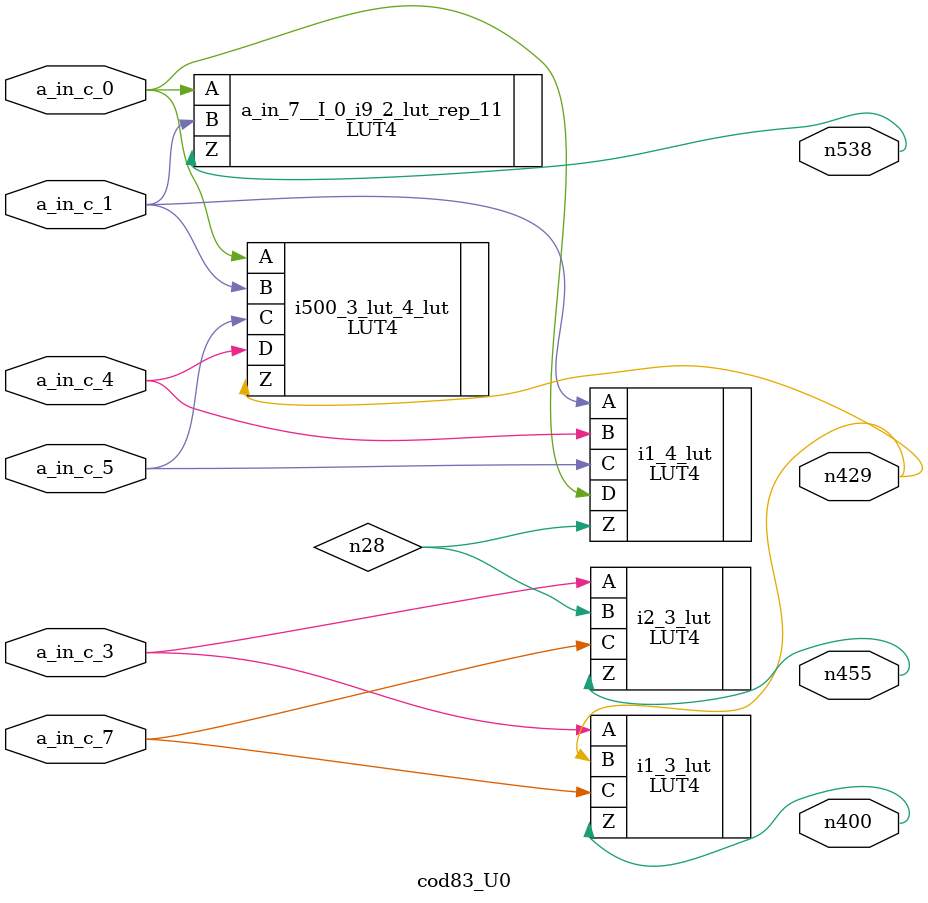
<source format=v>

module cod164 (a_in, a_out) /* synthesis syn_module_defined=1 */ ;   // d:/rtl_fpga/verilog/cod_164_com_83/cod_164_com_83_topmodle.v(1[8:14])
    input [15:0]a_in;   // d:/rtl_fpga/verilog/cod_164_com_83/cod_164_com_83_topmodle.v(2[19:23])
    output [3:0]a_out;   // d:/rtl_fpga/verilog/cod_164_com_83/cod_164_com_83_topmodle.v(3[19:24])
    
    
    wire VCC_net, GND_net, a_in_c_15, a_in_c_14, a_in_c_13, a_in_c_12, 
        a_in_c_11, a_in_c_10, a_in_c_9, a_in_c_8, a_in_c_7, a_in_c_6, 
        a_in_c_5, a_in_c_4, a_in_c_3, a_in_c_2, a_in_c_1, a_in_c_0, 
        a_out_c_3, a_out_c_2, a_out_c_1, a_out_c_0;
    wire [2:0]int_1;   // d:/rtl_fpga/verilog/cod_164_com_83/cod_164_com_83_topmodle.v(5[12:17])
    wire [2:0]int_2;   // d:/rtl_fpga/verilog/cod_164_com_83/cod_164_com_83_topmodle.v(5[18:23])
    
    wire n400, n572, n571, n570, n472, n455, n102, n567, n527, 
        n429, n421, n485, n12, n4, n538, n514, n460;
    
    VLO i518 (.Z(GND_net));
    PFUMX int_1_2__I_0_i1 (.BLUT(int_1[0]), .ALUT(int_2[0]), .C0(a_out_c_3), 
          .Z(a_out_c_0));
    LUT4 i2_4_lut_4_lut_4_lut (.A(a_in_c_6), .B(n455), .C(n400), .D(a_in_c_2), 
         .Z(int_1[0])) /* synthesis lut_function=(!(A+(B (D)+!B ((D)+!C)))) */ ;   // d:/rtl_fpga/verilog/cod_164_com_83/cod_164_com_83_topmodle.v(2[19:23])
    defparam i2_4_lut_4_lut_4_lut.init = 16'h0054;
    LUT4 n429_bdd_4_lut (.A(a_in_c_3), .B(a_in_c_7), .C(a_in_c_2), .D(a_in_c_6), 
         .Z(n571)) /* synthesis lut_function=(!(A (B+(C+(D)))+!A (B (C+(D))+!B (C (D)+!C !(D))))) */ ;
    defparam n429_bdd_4_lut.init = 16'h0116;
    OB a_out_pad_3 (.I(a_out_c_3), .O(a_out[3]));   // d:/rtl_fpga/verilog/cod_164_com_83/cod_164_com_83_topmodle.v(3[19:24])
    LUT4 gnd_bdd_2_lut_515_3_lut_4_lut (.A(n567), .B(a_in_c_9), .C(n12), 
         .D(a_in_c_8), .Z(n570)) /* synthesis lut_function=(!((B+((D)+!C))+!A)) */ ;
    defparam gnd_bdd_2_lut_515_3_lut_4_lut.init = 16'h0020;
    PFUMX i516 (.BLUT(n572), .ALUT(n570), .C0(a_out_c_3), .Z(a_out_c_1));
    LUT4 a_in_c_10_bdd_4_lut (.A(a_in_c_10), .B(a_in_c_14), .C(a_in_c_11), 
         .D(a_in_c_15), .Z(n567)) /* synthesis lut_function=(!(A (B+(C+(D)))+!A (B (C+(D))+!B (C (D)+!C !(D))))) */ ;
    defparam a_in_c_10_bdd_4_lut.init = 16'h0116;
    LUT4 i485_2_lut (.A(a_in_c_15), .B(a_in_c_13), .Z(n485)) /* synthesis lut_function=(A+(B)) */ ;
    defparam i485_2_lut.init = 16'heeee;
    LUT4 i1_4_lut_4_lut (.A(a_in_c_14), .B(n460), .C(a_in_c_13), .D(a_in_c_15), 
         .Z(n4)) /* synthesis lut_function=(!(A+(B (C (D))+!B (C (D)+!C !(D))))) */ ;   // d:/rtl_fpga/verilog/cod_164_com_83/cod_164_com_83_topmodle.v(2[19:23])
    defparam i1_4_lut_4_lut.init = 16'h0554;
    LUT4 i3_4_lut_4_lut (.A(a_in_c_10), .B(a_in_c_11), .C(n102), .D(n421), 
         .Z(a_out_c_2)) /* synthesis lut_function=(!(A+(B+((D)+!C)))) */ ;   // d:/rtl_fpga/verilog/cod_164_com_83/cod_164_com_83_topmodle.v(2[19:23])
    defparam i3_4_lut_4_lut.init = 16'h0010;
    LUT4 i1_4_lut (.A(a_in_c_12), .B(n485), .C(a_in_c_14), .D(n4), .Z(n102)) /* synthesis lut_function=(!(A (B+(C))+!A !(B (D)+!B (C+(D))))) */ ;   // d:/rtl_fpga/verilog/cod_164_com_83/cod_164_com_83_topmodle.v(15[16:64])
    defparam i1_4_lut.init = 16'h5712;
    PUR PUR_INST (.PUR(VCC_net));
    defparam PUR_INST.RST_PULSE = 1;
    LUT4 gnd_bdd_2_lut (.A(n571), .B(n429), .Z(n572)) /* synthesis lut_function=(A (B)) */ ;
    defparam gnd_bdd_2_lut.init = 16'h8888;
    LUT4 i2_4_lut_4_lut_4_lut_adj_1 (.A(a_in_c_10), .B(n514), .C(n472), 
         .D(a_in_c_14), .Z(int_2[0])) /* synthesis lut_function=(!(A+(B (D)+!B ((D)+!C)))) */ ;   // d:/rtl_fpga/verilog/cod_164_com_83/cod_164_com_83_topmodle.v(2[19:23])
    defparam i2_4_lut_4_lut_4_lut_adj_1.init = 16'h0054;
    IB a_in_pad_0 (.I(a_in[0]), .O(a_in_c_0));   // d:/rtl_fpga/verilog/cod_164_com_83/cod_164_com_83_topmodle.v(2[19:23])
    VHI i144 (.Z(VCC_net));
    cod83 cod2 (.a_in_c_8(a_in_c_8), .n12(n12), .a_in_c_15(a_in_c_15), 
          .n472(n472), .a_in_c_10(a_in_c_10), .n485(n485), .a_out_c_3(a_out_c_3), 
          .a_in_c_9(a_in_c_9), .a_in_c_11(a_in_c_11), .a_in_c_14(a_in_c_14), 
          .a_in_c_12(a_in_c_12), .a_in_c_13(a_in_c_13), .n514(n514)) /* synthesis syn_module_defined=1 */ ;   // d:/rtl_fpga/verilog/cod_164_com_83/cod_164_com_83_topmodle.v(8[7:49])
    IB a_in_pad_1 (.I(a_in[1]), .O(a_in_c_1));   // d:/rtl_fpga/verilog/cod_164_com_83/cod_164_com_83_topmodle.v(2[19:23])
    IB a_in_pad_2 (.I(a_in[2]), .O(a_in_c_2));   // d:/rtl_fpga/verilog/cod_164_com_83/cod_164_com_83_topmodle.v(2[19:23])
    IB a_in_pad_3 (.I(a_in[3]), .O(a_in_c_3));   // d:/rtl_fpga/verilog/cod_164_com_83/cod_164_com_83_topmodle.v(2[19:23])
    LUT4 i3_4_lut_4_lut_adj_2 (.A(a_in_c_3), .B(n538), .C(n527), .D(a_in_c_2), 
         .Z(n460)) /* synthesis lut_function=(!(A+(B+((D)+!C)))) */ ;   // d:/rtl_fpga/verilog/cod_164_com_83/cod_164_com_83_topmodle.v(2[19:23])
    defparam i3_4_lut_4_lut_adj_2.init = 16'h0010;
    IB a_in_pad_4 (.I(a_in[4]), .O(a_in_c_4));   // d:/rtl_fpga/verilog/cod_164_com_83/cod_164_com_83_topmodle.v(2[19:23])
    IB a_in_pad_5 (.I(a_in[5]), .O(a_in_c_5));   // d:/rtl_fpga/verilog/cod_164_com_83/cod_164_com_83_topmodle.v(2[19:23])
    IB a_in_pad_6 (.I(a_in[6]), .O(a_in_c_6));   // d:/rtl_fpga/verilog/cod_164_com_83/cod_164_com_83_topmodle.v(2[19:23])
    IB a_in_pad_7 (.I(a_in[7]), .O(a_in_c_7));   // d:/rtl_fpga/verilog/cod_164_com_83/cod_164_com_83_topmodle.v(2[19:23])
    LUT4 a_in_c_7_bdd_4_lut_510 (.A(a_in_c_7), .B(a_in_c_5), .C(a_in_c_6), 
         .D(a_in_c_4), .Z(n527)) /* synthesis lut_function=(!(A (B+(C+(D)))+!A (B (C+(D))+!B (C (D)+!C !(D))))) */ ;
    defparam a_in_c_7_bdd_4_lut_510.init = 16'h0116;
    IB a_in_pad_8 (.I(a_in[8]), .O(a_in_c_8));   // d:/rtl_fpga/verilog/cod_164_com_83/cod_164_com_83_topmodle.v(2[19:23])
    IB a_in_pad_9 (.I(a_in[9]), .O(a_in_c_9));   // d:/rtl_fpga/verilog/cod_164_com_83/cod_164_com_83_topmodle.v(2[19:23])
    IB a_in_pad_10 (.I(a_in[10]), .O(a_in_c_10));   // d:/rtl_fpga/verilog/cod_164_com_83/cod_164_com_83_topmodle.v(2[19:23])
    IB a_in_pad_11 (.I(a_in[11]), .O(a_in_c_11));   // d:/rtl_fpga/verilog/cod_164_com_83/cod_164_com_83_topmodle.v(2[19:23])
    LUT4 i420_2_lut (.A(a_in_c_8), .B(a_in_c_9), .Z(n421)) /* synthesis lut_function=(A+(B)) */ ;
    defparam i420_2_lut.init = 16'heeee;
    IB a_in_pad_12 (.I(a_in[12]), .O(a_in_c_12));   // d:/rtl_fpga/verilog/cod_164_com_83/cod_164_com_83_topmodle.v(2[19:23])
    IB a_in_pad_13 (.I(a_in[13]), .O(a_in_c_13));   // d:/rtl_fpga/verilog/cod_164_com_83/cod_164_com_83_topmodle.v(2[19:23])
    IB a_in_pad_14 (.I(a_in[14]), .O(a_in_c_14));   // d:/rtl_fpga/verilog/cod_164_com_83/cod_164_com_83_topmodle.v(2[19:23])
    cod83_U0 cod1 (.a_in_c_3(a_in_c_3), .a_in_c_7(a_in_c_7), .n455(n455), 
            .a_in_c_1(a_in_c_1), .a_in_c_4(a_in_c_4), .a_in_c_5(a_in_c_5), 
            .a_in_c_0(a_in_c_0), .n538(n538), .n429(n429), .n400(n400)) /* synthesis syn_module_defined=1 */ ;   // d:/rtl_fpga/verilog/cod_164_com_83/cod_164_com_83_topmodle.v(7[7:48])
    IB a_in_pad_15 (.I(a_in[15]), .O(a_in_c_15));   // d:/rtl_fpga/verilog/cod_164_com_83/cod_164_com_83_topmodle.v(2[19:23])
    OB a_out_pad_0 (.I(a_out_c_0), .O(a_out[0]));   // d:/rtl_fpga/verilog/cod_164_com_83/cod_164_com_83_topmodle.v(3[19:24])
    OB a_out_pad_1 (.I(a_out_c_1), .O(a_out[1]));   // d:/rtl_fpga/verilog/cod_164_com_83/cod_164_com_83_topmodle.v(3[19:24])
    OB a_out_pad_2 (.I(a_out_c_2), .O(a_out[2]));   // d:/rtl_fpga/verilog/cod_164_com_83/cod_164_com_83_topmodle.v(3[19:24])
    GSR GSR_INST (.GSR(VCC_net));
    
endmodule
//
// Verilog Description of module PUR
// module not written out since it is a black-box. 
//

//
// Verilog Description of module cod83
//

module cod83 (a_in_c_8, n12, a_in_c_15, n472, a_in_c_10, n485, a_out_c_3, 
            a_in_c_9, a_in_c_11, a_in_c_14, a_in_c_12, a_in_c_13, 
            n514) /* synthesis syn_module_defined=1 */ ;
    input a_in_c_8;
    output n12;
    input a_in_c_15;
    output n472;
    input a_in_c_10;
    input n485;
    output a_out_c_3;
    input a_in_c_9;
    input a_in_c_11;
    input a_in_c_14;
    input a_in_c_12;
    input a_in_c_13;
    output n514;
    
    
    wire n489, n7, n128;
    
    LUT4 i3_4_lut (.A(a_in_c_8), .B(n489), .C(n12), .D(a_in_c_15), .Z(n472)) /* synthesis lut_function=(!(A+(B+((D)+!C)))) */ ;
    defparam i3_4_lut.init = 16'h0010;
    LUT4 i5_4_lut (.A(a_in_c_10), .B(n7), .C(n128), .D(n485), .Z(a_out_c_3)) /* synthesis lut_function=(A+(B+(C+(D)))) */ ;   // d:/rtl_fpga/verilog/cod_164_com_83/cod_164_com_83.v(9[3:14])
    defparam i5_4_lut.init = 16'hfffe;
    LUT4 i492_2_lut (.A(a_in_c_9), .B(a_in_c_11), .Z(n489)) /* synthesis lut_function=(A (B)+!A !(B)) */ ;
    defparam i492_2_lut.init = 16'h9999;
    LUT4 i2_3_lut (.A(a_in_c_8), .B(a_in_c_9), .C(a_in_c_11), .Z(n128)) /* synthesis lut_function=(A+(B+(C))) */ ;   // d:/rtl_fpga/verilog/cod_164_com_83/cod_164_com_83.v(10[3:14])
    defparam i2_3_lut.init = 16'hfefe;
    LUT4 i1_2_lut (.A(a_in_c_14), .B(a_in_c_12), .Z(n7)) /* synthesis lut_function=(A+(B)) */ ;   // d:/rtl_fpga/verilog/cod_164_com_83/cod_164_com_83.v(9[3:14])
    defparam i1_2_lut.init = 16'heeee;
    LUT4 i497_2_lut (.A(a_in_c_12), .B(a_in_c_13), .Z(n12)) /* synthesis lut_function=(!(A+(B))) */ ;
    defparam i497_2_lut.init = 16'h1111;
    LUT4 n128_bdd_4_lut_507 (.A(n128), .B(a_in_c_12), .C(a_in_c_15), .D(a_in_c_13), 
         .Z(n514)) /* synthesis lut_function=(!(A+(B+(C (D)+!C !(D))))) */ ;
    defparam n128_bdd_4_lut_507.init = 16'h0110;
    
endmodule
//
// Verilog Description of module cod83_U0
//

module cod83_U0 (a_in_c_3, a_in_c_7, n455, a_in_c_1, a_in_c_4, a_in_c_5, 
            a_in_c_0, n538, n429, n400) /* synthesis syn_module_defined=1 */ ;
    input a_in_c_3;
    input a_in_c_7;
    output n455;
    input a_in_c_1;
    input a_in_c_4;
    input a_in_c_5;
    input a_in_c_0;
    output n538;
    output n429;
    output n400;
    
    
    wire n28;
    
    LUT4 i2_3_lut (.A(a_in_c_3), .B(n28), .C(a_in_c_7), .Z(n455)) /* synthesis lut_function=(!(A+((C)+!B))) */ ;
    defparam i2_3_lut.init = 16'h0404;
    LUT4 i1_4_lut (.A(a_in_c_1), .B(a_in_c_4), .C(a_in_c_5), .D(a_in_c_0), 
         .Z(n28)) /* synthesis lut_function=(!(A (B+(C+(D)))+!A (B+((D)+!C)))) */ ;
    defparam i1_4_lut.init = 16'h0012;
    LUT4 a_in_7__I_0_i9_2_lut_rep_11 (.A(a_in_c_0), .B(a_in_c_1), .Z(n538)) /* synthesis lut_function=(A+(B)) */ ;   // d:/rtl_fpga/verilog/cod_164_com_83/cod_164_com_83.v(14[3:14])
    defparam a_in_7__I_0_i9_2_lut_rep_11.init = 16'heeee;
    LUT4 i500_3_lut_4_lut (.A(a_in_c_0), .B(a_in_c_1), .C(a_in_c_5), .D(a_in_c_4), 
         .Z(n429)) /* synthesis lut_function=(!(A+(B+(C+(D))))) */ ;   // d:/rtl_fpga/verilog/cod_164_com_83/cod_164_com_83.v(14[3:14])
    defparam i500_3_lut_4_lut.init = 16'h0001;
    LUT4 i1_3_lut (.A(a_in_c_3), .B(n429), .C(a_in_c_7), .Z(n400)) /* synthesis lut_function=(!(A ((C)+!B)+!A !(B (C)))) */ ;
    defparam i1_3_lut.init = 16'h4848;
    
endmodule

</source>
